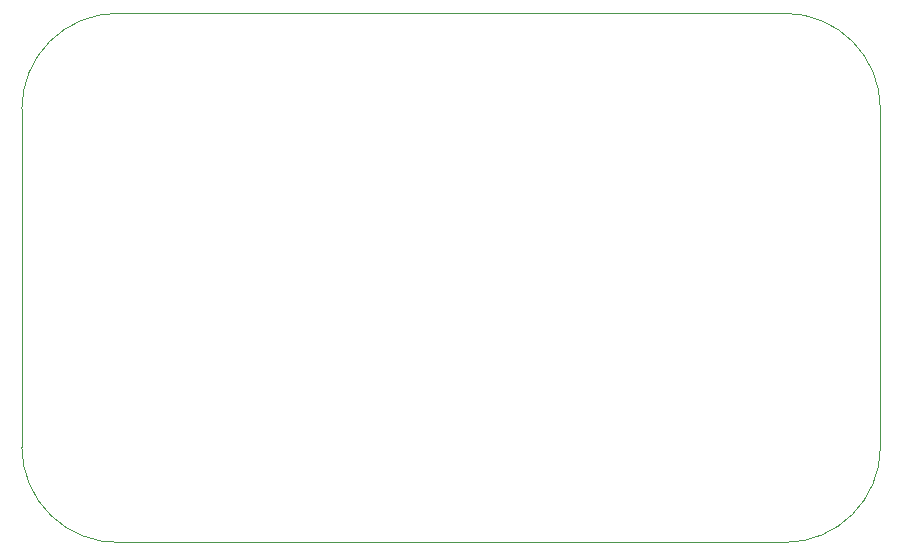
<source format=gm1>
G04 #@! TF.GenerationSoftware,KiCad,Pcbnew,(5.1.2)-1*
G04 #@! TF.CreationDate,2019-12-18T16:16:50-05:00*
G04 #@! TF.ProjectId,adcBoard,61646342-6f61-4726-942e-6b696361645f,rev?*
G04 #@! TF.SameCoordinates,Original*
G04 #@! TF.FileFunction,Profile,NP*
%FSLAX46Y46*%
G04 Gerber Fmt 4.6, Leading zero omitted, Abs format (unit mm)*
G04 Created by KiCad (PCBNEW (5.1.2)-1) date 2019-12-18 16:16:50*
%MOMM*%
%LPD*%
G04 APERTURE LIST*
%ADD10C,0.050000*%
G04 APERTURE END LIST*
D10*
X65100000Y-91900000D02*
X65100061Y-120502468D01*
X73400000Y-128600000D02*
X129700000Y-128600000D01*
X137800000Y-91900000D02*
X137800000Y-120500000D01*
X73200000Y-83800000D02*
X129700000Y-83800000D01*
X137800000Y-120500000D02*
G75*
G02X129700000Y-128600000I-8100000J0D01*
G01*
X73400000Y-128600000D02*
G75*
G02X65100061Y-120502468I-199939J8097532D01*
G01*
X65100000Y-91900000D02*
G75*
G02X73200000Y-83800000I8100000J0D01*
G01*
X129700000Y-83800000D02*
G75*
G02X137800000Y-91900000I0J-8100000D01*
G01*
M02*

</source>
